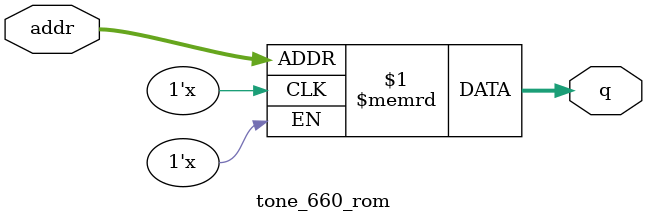
<source format=v>

`include "timescale.v"


module tone_660_rom( addr, q );

  parameter DATA_WIDTH = 32;
  parameter ADDR_WIDTH = 7;
  
  input [(ADDR_WIDTH-1):0] addr;
  output [(DATA_WIDTH-1):0] q;
  
  // Declare the RAM variable
  reg [DATA_WIDTH-1:0] ram[2**ADDR_WIDTH-1:0];
  reg [ADDR_WIDTH-1:0] addr_reg;
  
  
  assign q = ram[addr];

endmodule



</source>
